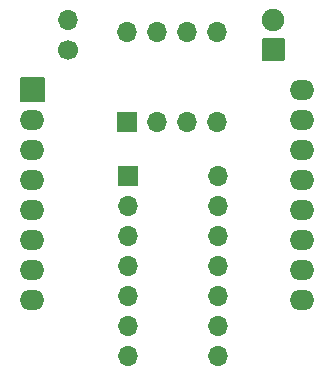
<source format=gbr>
G04 #@! TF.GenerationSoftware,KiCad,Pcbnew,(5.1.9)-1*
G04 #@! TF.CreationDate,2024-02-11T16:19:48+01:00*
G04 #@! TF.ProjectId,wemos_as_isp_0,77656d6f-735f-4617-935f-6973705f302e,rev?*
G04 #@! TF.SameCoordinates,Original*
G04 #@! TF.FileFunction,Soldermask,Bot*
G04 #@! TF.FilePolarity,Negative*
%FSLAX46Y46*%
G04 Gerber Fmt 4.6, Leading zero omitted, Abs format (unit mm)*
G04 Created by KiCad (PCBNEW (5.1.9)-1) date 2024-02-11 16:19:48*
%MOMM*%
%LPD*%
G01*
G04 APERTURE LIST*
%ADD10O,1.700000X1.700000*%
%ADD11C,1.700000*%
%ADD12C,1.900000*%
%ADD13O,2.100000X1.700000*%
G04 APERTURE END LIST*
D10*
X141100000Y-68980000D03*
X148720000Y-76600000D03*
X143640000Y-68980000D03*
X146180000Y-76600000D03*
X146180000Y-68980000D03*
X143640000Y-76600000D03*
X148720000Y-68980000D03*
G36*
G01*
X141900000Y-77450000D02*
X140300000Y-77450000D01*
G75*
G02*
X140250000Y-77400000I0J50000D01*
G01*
X140250000Y-75800000D01*
G75*
G02*
X140300000Y-75750000I50000J0D01*
G01*
X141900000Y-75750000D01*
G75*
G02*
X141950000Y-75800000I0J-50000D01*
G01*
X141950000Y-77400000D01*
G75*
G02*
X141900000Y-77450000I-50000J0D01*
G01*
G37*
X148820000Y-81200000D03*
X141200000Y-96440000D03*
X148820000Y-83740000D03*
X141200000Y-93900000D03*
X148820000Y-86280000D03*
X141200000Y-91360000D03*
X148820000Y-88820000D03*
X141200000Y-88820000D03*
X148820000Y-91360000D03*
X141200000Y-86280000D03*
X148820000Y-93900000D03*
X141200000Y-83740000D03*
X148820000Y-96440000D03*
G36*
G01*
X140350000Y-82000000D02*
X140350000Y-80400000D01*
G75*
G02*
X140400000Y-80350000I50000J0D01*
G01*
X142000000Y-80350000D01*
G75*
G02*
X142050000Y-80400000I0J-50000D01*
G01*
X142050000Y-82000000D01*
G75*
G02*
X142000000Y-82050000I-50000J0D01*
G01*
X140400000Y-82050000D01*
G75*
G02*
X140350000Y-82000000I0J50000D01*
G01*
G37*
X136100000Y-67960000D03*
D11*
X136100000Y-70500000D03*
D12*
X153500000Y-67960000D03*
G36*
G01*
X154400000Y-71450000D02*
X152600000Y-71450000D01*
G75*
G02*
X152550000Y-71400000I0J50000D01*
G01*
X152550000Y-69600000D01*
G75*
G02*
X152600000Y-69550000I50000J0D01*
G01*
X154400000Y-69550000D01*
G75*
G02*
X154450000Y-69600000I0J-50000D01*
G01*
X154450000Y-71400000D01*
G75*
G02*
X154400000Y-71450000I-50000J0D01*
G01*
G37*
D13*
X155960000Y-73900000D03*
X155960000Y-76440000D03*
X155960000Y-78980000D03*
X155960000Y-81520000D03*
X155960000Y-84060000D03*
X155960000Y-86600000D03*
X155960000Y-89140000D03*
X155960000Y-91680000D03*
X133100000Y-91680000D03*
X133100000Y-89140000D03*
X133100000Y-86600000D03*
X133100000Y-84060000D03*
X133100000Y-81520000D03*
X133100000Y-78980000D03*
G36*
G01*
X132050000Y-74900000D02*
X132050000Y-72900000D01*
G75*
G02*
X132100000Y-72850000I50000J0D01*
G01*
X134100000Y-72850000D01*
G75*
G02*
X134150000Y-72900000I0J-50000D01*
G01*
X134150000Y-74900000D01*
G75*
G02*
X134100000Y-74950000I-50000J0D01*
G01*
X132100000Y-74950000D01*
G75*
G02*
X132050000Y-74900000I0J50000D01*
G01*
G37*
X133100000Y-76440000D03*
M02*

</source>
